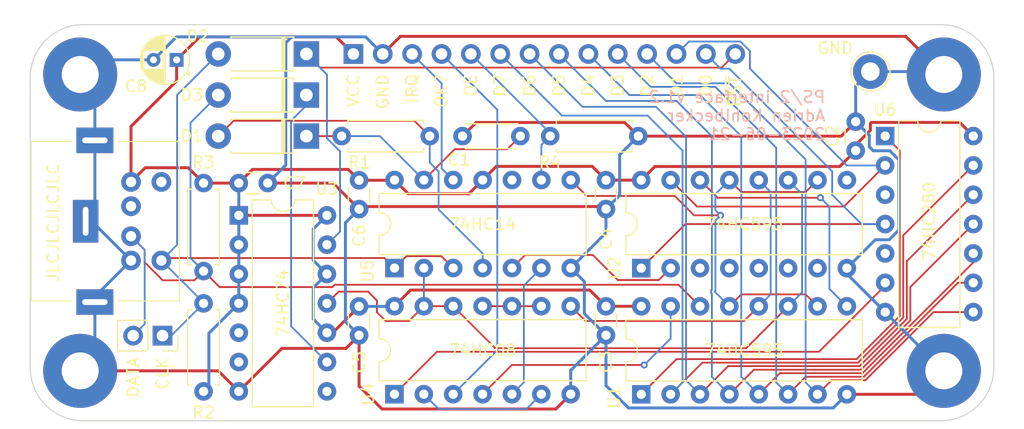
<source format=kicad_pcb>
(kicad_pcb (version 20221018) (generator pcbnew)
  (title_block (title "PS/2 Interface") (date "2023-06-21") (rev "1.2") (comment 2 "https://github.com/adrienkohlbecker/ps2_interfac") (comment 3 "Licensed under CERN-OHL-W v2") (comment 4 "Copyright © Adrien Kohlbecker"))
  (layers (0 "F.Cu" signal) (31 "B.Cu" signal) (34 "B.Paste" user) (35 "F.Paste" user) (36 "B.SilkS" user "B.Silkscreen") (37 "F.SilkS" user "F.Silkscreen") (38 "B.Mask" user) (39 "F.Mask" user) (44 "Edge.Cuts" user))
  (net 0 "")
  (net 1 "GND")
  (net 2 "Net-(D1-K)")
  (net 3 "VCC")
  (net 4 "Net-(D1-A)")
  (net 5 "/D0")
  (net 6 "/D1")
  (net 7 "/D2")
  (net 8 "/D3")
  (net 9 "/D4")
  (net 10 "/D5")
  (net 11 "/D6")
  (net 12 "/D7")
  (net 14 "/KBD_CLK")
  (net 15 "/KBD_DATA")
  (net 17 "/BUS_ENABLE")
  (net 18 "/DE")
  (net 19 "/VALID_PACKET")
  (net 20 "/IRQ")
  (net 21 "/~{REG_CLK}")
  (net 22 "Net-(U1-QH')")
  (net 23 "/DP")
  (net 24 "/DS")
  (net 27 "/~{LATCH_CLK}")
  (net 28 "/~{REG_OE}")
  (net 33 "Net-(U6-Odd)")
  (net 36 "/~{RST}")
  (net 37 "Net-(D3-K)")
  (net 41 "Net-(U4-Pad10)")
  (net 42 "Net-(U4-Pad5)")
  (net 43 "Net-(U4-Pad2)")
  (footprint "Capacitor_THT:C_Disc_D4.3mm_W1.9mm_P5.00mm" (layer "F.Cu") (at 118.07 69.596 180)
    (fp_text reference "C1")
    (fp_text value "10nF")
  )
  (footprint "Capacitor_THT:C_Disc_D3.0mm_W1.6mm_P2.50mm" (layer "F.Cu") (at 147.066 70.846 90)
    (fp_text reference "C2")
    (fp_text value "0.1uF")
  )
  (footprint "Capacitor_THT:C_Disc_D3.0mm_W1.6mm_P2.50mm" (layer "F.Cu") (at 125.476 84.328 -90)
    (fp_text reference "C3")
    (fp_text value "0.1uF")
  )
  (footprint "Capacitor_THT:C_Disc_D3.0mm_W1.6mm_P2.50mm" (layer "F.Cu") (at 125.476 73.406 -90)
    (fp_text reference "C4")
    (fp_text value "0.1uF")
  )
  (footprint "Capacitor_THT:C_Disc_D3.0mm_W1.6mm_P2.50mm" (layer "F.Cu") (at 104.125 84.338 -90)
    (fp_text reference "C5")
    (fp_text value "0.1uF")
  )
  (footprint "Capacitor_THT:C_Disc_D3.0mm_W1.6mm_P2.50mm" (layer "F.Cu") (at 104.125 73.416 -90)
    (fp_text reference "C6")
    (fp_text value "0.1uF")
  )
  (footprint "Capacitor_THT:C_Disc_D3.0mm_W1.6mm_P2.50mm" (layer "F.Cu") (at 93.726 73.66)
    (fp_text reference "C7")
    (fp_text value "0.1uF")
  )
  (footprint "Diode_THT:D_DO-41_SOD81_P7.62mm_Horizontal" (layer "F.Cu") (at 99.568 69.596 180)
    (fp_text reference "D1")
    (fp_text value "1N5817")
  )
  (footprint "Resistor_THT:R_Axial_DIN0207_L6.3mm_D2.5mm_P7.62mm_Horizontal" (layer "F.Cu") (at 110.236 69.596 180)
    (fp_text reference "R1")
    (fp_text value "22k")
  )
  (footprint "Resistor_THT:R_Axial_DIN0207_L6.3mm_D2.5mm_P7.62mm_Horizontal" (layer "F.Cu") (at 90.678 91.694 90)
    (fp_text reference "R2")
    (fp_text value "10k")
  )
  (footprint "Resistor_THT:R_Axial_DIN0207_L6.3mm_D2.5mm_P7.62mm_Horizontal" (layer "F.Cu") (at 120.65 69.596)
    (fp_text reference "R4")
    (fp_text value "10k")
  )
  (footprint "Package_DIP:DIP-16_W7.62mm" (layer "F.Cu") (at 128.524 91.948 90)
    (fp_text reference "U1")
    (fp_text value "74HC595")
  )
  (footprint "Package_DIP:DIP-16_W7.62mm" (layer "F.Cu") (at 128.524 81.026 90)
    (fp_text reference "U2")
    (fp_text value "74HC595")
  )
  (footprint "Package_DIP:DIP-14_W7.62mm" (layer "F.Cu") (at 107.183 91.938 90)
    (fp_text reference "U4")
    (fp_text value "74HC08")
  )
  (footprint "AK's Footprints:PS2_mini_din_6" (layer "F.Cu") (at 75.78 76.962 90)
    (fp_text reference "J1")
    (fp_text value "Mini-DIN-6")
  )
  (footprint "MountingHole:MountingHole_3.2mm_M3_Pad" (layer "F.Cu") (at 80.01 89.916)
    (fp_text reference "H2" hide)
    (fp_text value "MountingHole_Pad")
  )
  (footprint "MountingHole:MountingHole_3.2mm_M3_Pad" (layer "F.Cu") (at 154.686 64.262)
    (fp_text reference "H3" hide)
    (fp_text value "MountingHole_Pad")
  )
  (footprint "MountingHole:MountingHole_3.2mm_M3_Pad" (layer "F.Cu") (at 154.686 89.916)
    (fp_text reference "H4" hide)
    (fp_text value "MountingHole_Pad")
  )
  (footprint "MountingHole:MountingHole_3.2mm_M3_Pad" (layer "F.Cu") (at 80.01 64.262)
    (fp_text reference "H1" hide)
    (fp_text value "MountingHole_Pad")
  )
  (footprint "Package_DIP:DIP-14_W7.62mm" (layer "F.Cu") (at 107.188 81.016 90)
    (fp_text reference "U5")
    (fp_text value "74HC14")
  )
  (footprint "Resistor_THT:R_Axial_DIN0207_L6.3mm_D2.5mm_P7.62mm_Horizontal" (layer "F.Cu") (at 90.678 73.66 -90)
    (fp_text reference "R3")
    (fp_text value "10k")
  )
  (footprint "Capacitor_THT:CP_Radial_D4.0mm_P2.00mm" (layer "F.Cu") (at 88.3486 62.992 180)
    (fp_text reference "C8")
    (fp_text value "10uF")
  )
  (footprint "Connector_PinSocket_2.54mm:PinSocket_1x02_P2.54mm_Vertical" (layer "F.Cu") (at 87.127 86.868 -90)
    (fp_text reference "J3" hide)
    (fp_text value "KBD")
  )
  (footprint "TestPoint:TestPoint_Loop_D2.60mm_Drill1.6mm_Beaded" (layer "F.Cu") (at 148.336 64.008)
    (fp_text reference "TP3" hide)
    (fp_text value "GND")
  )
  (footprint "Package_DIP:DIP-14_W7.62mm" (layer "F.Cu") (at 93.726 76.454)
    (fp_text reference "U3")
    (fp_text value "74HC74")
  )
  (footprint "Diode_THT:D_DO-41_SOD81_P7.62mm_Horizontal" (layer "F.Cu") (at 99.568 66.04 180)
    (fp_text reference "D3")
    (fp_text value "1N5817")
  )
  (footprint "Diode_THT:D_DO-41_SOD81_P7.62mm_Horizontal" (layer "F.Cu") (at 99.568 62.484 180)
    (fp_text reference "D2")
    (fp_text value "1N5817")
  )
  (footprint "Package_DIP:DIP-14_W7.62mm" (layer "F.Cu") (at 149.616 69.591)
    (fp_text reference "U6")
    (fp_text value "74HC280")
  )
  (footprint "Connector_PinHeader_2.54mm:PinHeader_1x14_P2.54mm_Vertical" (layer "B.Cu") (at 103.632 62.484 -90)
    (fp_text reference "J2" hide)
    (fp_text value "Conn_01x14")
  )
  (gr_line (start 80.264 59.944) (end 154.432 59.944) (stroke (width 0.1)) (layer "Edge.Cuts"))
  (gr_line (start 75.692 89.662) (end 75.692 64.516) (stroke (width 0.1)) (layer "Edge.Cuts"))
  (gr_arc (start 154.432 59.944) (mid 157.664892 61.283108) (end 159.004 64.516) (stroke (width 0.1)) (layer "Edge.Cuts"))
  (gr_line (start 154.432 94.234) (end 80.264 94.234) (stroke (width 0.1)) (layer "Edge.Cuts"))
  (gr_arc (start 75.692 64.516) (mid 77.031108 61.283108) (end 80.264 59.944) (stroke (width 0.1)) (layer "Edge.Cuts"))
  (gr_arc (start 80.264 94.234) (mid 77.031108 92.894892) (end 75.692 89.662) (stroke (width 0.1)) (layer "Edge.Cuts"))
  (gr_line (start 159.004 64.516) (end 159.004 89.662) (stroke (width 0.1)) (layer "Edge.Cuts"))
  (gr_arc (start 159.004 89.662) (mid 157.664892 92.894892) (end 154.432 94.234) (stroke (width 0.1)) (layer "Edge.Cuts"))
  (gr_text "PS/2 interface v1.2\nAdrien Kohlbecker\n2023-06-21" (at 144.526 67.818) (layer "B.SilkS") (effects (font (size 1 1)) (justify left mirror)))
  (gr_text "D7" (at 116.332 64.135 90) (layer "F.SilkS") (effects (font (size 1 1)) (justify right)))
  (gr_text "DATA" (at 84.582 88.646 90) (layer "F.SilkS") (effects (font (size 1 1)) (justify right)))
  (gr_text "74HC280" (at 153.416 76.962 90) (layer "F.SilkS") (effects (font (size 1 1))))
  (gr_text "D5" (at 121.412 64.135 90) (layer "F.SilkS") (effects (font (size 1 1)) (justify right)))
  (gr_text "GND" (at 106.172 64.135 90) (layer "F.SilkS") (effects (font (size 1 1)) (justify right)))
  (gr_text "D1" (at 131.572 64.135 90) (layer "F.SilkS") (effects (font (size 1 1)) (justify right)))
  (gr_text "D6" (at 118.872 64.135 90) (layer "F.SilkS") (effects (font (size 1 1)) (justify right)))
  (gr_text "~{RST}" (at 136.652 64.262 90) (layer "F.SilkS") (effects (font (size 1 1)) (justify right)))
  (gr_text "74HC595" (at 137.414 77.216) (layer "F.SilkS") (effects (font (size 1 1))))
  (gr_text "D2" (at 129.032 64.135 90) (layer "F.SilkS") (effects (font (size 1 1)) (justify right)))
  (gr_text "74HC08" (at 114.808 88.138) (layer "F.SilkS") (effects (font (size 1 1))))
  (gr_text "JLCJLCJLCJLC" (at 77.6732 77.089 90) (layer "F.SilkS") (effects (font (size 1 1))))
  (gr_text "CLK" (at 87.122 88.646 90) (layer "F.SilkS") (effects (font (size 1 1)) (justify right)))
  (gr_text "74HC14" (at 114.808 77.216) (layer "F.SilkS") (effects (font (size 1 1))))
  (gr_text "74HC74" (at 97.536 84.074 90) (layer "F.SilkS") (effects (font (size 1 1))))
  (gr_text "74HC595" (at 137.414 88.138) (layer "F.SilkS") (effects (font (size 1 1))))
  (gr_text "OE" (at 113.792 64.135 90) (layer "F.SilkS") (effects (font (size 1 1)) (justify right)))
  (gr_text "OK?" (at 111.252 64.135 90) (layer "F.SilkS") (effects (font (size 1 1)) (justify right)))
  (gr_text "D3" (at 126.492 64.135 90) (layer "F.SilkS") (effects (font (size 1 1)) (justify right)))
  (gr_text "D0" (at 134.112 64.135 90) (layer "F.SilkS") (effects (font (size 1 1)) (justify right)))
  (gr_text "D4" (at 123.952 64.135 90) (layer "F.SilkS") (effects (font (size 1 1)) (justify right)))
  (gr_text "VCC" (at 103.632 64.135 90) (layer "F.SilkS") (effects (font (size 1 1)) (justify right)))
  (gr_text "IRQ" (at 108.712 64.135 90) (layer "F.SilkS") (effects (font (size 1 1)) (justify right)))
  (segment (start 128.27 69.596) (end 145.816 69.596) (width 0.254) (layer "F.Cu") (net 1))
  (segment (start 114.251 68.415) (end 113.07 69.596) (width 0.254) (layer "F.Cu") (net 1))
  (segment (start 80.01 89.916) (end 91.948 89.916) (width 0.254) (layer "F.Cu") (net 1))
  (segment (start 145.816 69.596) (end 147.066 68.346) (width 0.254) (layer "F.Cu") (net 1))
  (segment (start 154.686 64.262) (end 151.384 60.96) (width 0.254) (layer "F.Cu") (net 1))
  (segment (start 107.696 60.96) (end 106.172 62.484) (width 0.254) (layer "F.Cu") (net 1))
  (segment (start 121.143 93.218) (end 122.423 91.938) (width 0.254) (layer "F.Cu") (net 1))
  (segment (start 93.726 91.694) (end 97.447 87.973) (width 0.254) (layer "F.Cu") (net 1))
  (segment (start 106.101 93.218) (end 121.143 93.218) (width 0.254) (layer "F.Cu") (net 1))
  (segment (start 146.304 91.948) (end 152.654 91.948) (width 0.254) (layer "F.Cu") (net 1))
  (segment (start 104.349 75.692) (end 125.262 75.692) (width 0.254) (layer "F.Cu") (net 1))
  (segment (start 104.125 86.838) (end 104.125 91.242) (width 0.254) (layer "F.Cu") (net 1))
  (segment (start 91.948 89.916) (end 93.726 91.694) (width 0.254) (layer "F.Cu") (net 1))
  (segment (start 101.869 73.66) (end 104.125 75.916) (width 0.254) (layer "F.Cu") (net 1))
  (segment (start 128.27 69.596) (end 127.089 68.415) (width 0.254) (layer "F.Cu") (net 1))
  (segment (start 104.125 91.242) (end 106.101 93.218) (width 0.254) (layer "F.Cu") (net 1))
  (segment (start 96.226 73.66) (end 101.869 73.66) (width 0.254) (layer "F.Cu") (net 1))
  (segment (start 127.089 68.415) (end 114.251 68.415) (width 0.254) (layer "F.Cu") (net 1))
  (segment (start 97.447 87.973) (end 102.99 87.973) (width 0.254) (layer "F.Cu") (net 1))
  (segment (start 151.384 60.96) (end 107.696 60.96) (width 0.254) (layer "F.Cu") (net 1))
  (segment (start 102.99 87.973) (end 104.125 86.838) (width 0.254) (layer "F.Cu") (net 1))
  (segment (start 97.7822 68.078022) (end 97.79 68.070222) (width 0.254) (layer "B.Cu") (net 1))
  (segment (start 102.944 77.097) (end 102.944 85.657) (width 0.254) (layer "B.Cu") (net 1))
  (segment (start 150.797 77.724) (end 150.797 71.641813) (width 0.254) (layer "B.Cu") (net 1))
  (segment (start 81.28 65.532) (end 81.28 69.962) (width 0.254) (layer "B.Cu") (net 1))
  (segment (start 81.005 76.962) (end 84.405 80.362) (width 0.254) (layer "B.Cu") (net 1))
  (segment (start 102.944 85.657) (end 104.125 86.838) (width 0.254) (layer "B.Cu") (net 1))
  (segment (start 125.476 91.186) (end 127.419 93.129) (width 0.254) (layer "B.Cu") (net 1))
  (segment (start 125.476 75.906) (end 125.476 77.968) (width 0.254) (layer "B.Cu") (net 1))
  (segment (start 84.405 80.362) (end 81.28 83.487) (width 0.254) (layer "B.Cu") (net 1))
  (segment (start 150.021187 70.866) (end 148.59 70.866) (width 0.254) (layer "B.Cu") (net 1))
  (segment (start 127.419 93.129) (end 145.123 93.129) (width 0.254) (layer "B.Cu") (net 1))
  (segment (start 88.3376 61.003) (end 86.3486 62.992) (width 0.254) (layer "B.Cu") (net 1))
  (segment (start 125.476 77.968) (end 122.428 81.016) (width 0.254) (layer "B.Cu") (net 1))
  (segment (start 150.797 71.641813) (end 150.021187 70.866) (width 0.254) (layer "B.Cu") (net 1))
  (segment (start 81.28 83.962) (end 81.28 88.646) (width 0.254) (layer "B.Cu") (net 1))
  (segment (start 123.604 82.192) (end 122.428 81.016) (width 0.254) (layer "B.Cu") (net 1))
  (segment (start 146.304 81.026) (end 148.76 78.57) (width 0.254) (layer "B.Cu") (net 1))
  (segment (start 97.79 72.096) (end 97.79 71.121778) (width 0.254) (layer "B.Cu") (net 1))
  (segment (start 122.423 89.881) (end 125.476 86.828) (width 0.254) (layer "B.Cu") (net 1))
  (segment (start 97.79 71.121778) (end 97.7822 71.113978) (width 0.254) (layer "B.Cu") (net 1))
  (segment (start 148.76 78.57) (end 149.951 78.57) (width 0.254) (layer "B.Cu") (net 1))
  (segment (start 125.476 86.828) (end 123.604 84.956) (width 0.254) (layer "B.Cu") (net 1))
  (segment (start 104.125 75.916) (end 102.944 77.097) (width 0.254) (layer "B.Cu") (net 1))
  (segment (start 122.423 91.938) (end 122.423 89.881) (width 0.254) (layer "B.Cu") (net 1))
  (segment (start 149.951 78.57) (end 150.797 77.724) (width 0.254) (layer "B.Cu") (net 1))
  (segment (start 145.123 93.129) (end 146.304 91.948) (width 0.254) (layer "B.Cu") (net 1))
  (segment (start 148.247 70.523) (end 148.247 69.527) (width 0.254) (layer "B.Cu") (net 1))
  (segment (start 81.28 69.962) (end 81.28 76.162) (width 0.254) (layer "B.Cu") (net 1))
  (segment (start 126.657 74.725) (end 126.657 71.209) (width 0.254) (layer "B.Cu") (net 1))
  (segment (start 97.79 68.070222) (end 97.79 61.511) (width 0.254) (layer "B.Cu") (net 1))
  (segment (start 96.226 73.66) (end 97.79 72.096) (width 0.254) (layer "B.Cu") (net 1))
  (segment (start 147.066 65.278) (end 148.336 64.008) (width 0.254) (layer "B.Cu") (net 1))
  (segment (start 98.298 61.003) (end 88.3376 61.003) (width 0.254) (layer "B.Cu") (net 1))
  (segment (start 106.172 62.484) (end 104.691 61.003) (width 0.254) (layer "B.Cu") (net 1))
  (segment (start 125.476 75.906) (end 126.657 74.725) (width 0.254) (layer "B.Cu") (net 1))
  (segment (start 126.657 71.209) (end 128.27 69.596) (width 0.254) (layer "B.Cu") (net 1))
  (segment (start 147.066 68.346) (end 147.066 65.278) (width 0.254) (layer "B.Cu") (net 1))
  (segment (start 149.616 84.831) (end 146.304 81.519) (width 0.254) (layer "B.Cu") (net 1))
  (segment (start 86.3486 62.992) (end 81.28 62.992) (width 0.254) (layer "B.Cu") (net 1))
  (segment (start 148.247 69.527) (end 147.066 68.346) (width 0.254) (layer "B.Cu") (net 1))
  (segment (start 104.691 61.003) (end 98.298 61.003) (width 0.254) (layer "B.Cu") (net 1))
  (segment (start 123.604 84.956) (end 123.604 82.192) (width 0.254) (layer "B.Cu") (net 1))
  (segment (start 97.79 61.511) (end 98.298 61.003) (width 0.254) (layer "B.Cu") (net 1))
  (segment (start 125.476 86.828) (end 125.476 91.186) (width 0.254) (layer "B.Cu") (net 1))
  (segment (start 148.336 64.008) (end 154.432 64.008) (width 0.254) (layer "B.Cu") (net 1))
  (segment (start 97.7822 71.113978) (end 97.7822 68.078022) (width 0.254) (layer "B.Cu") (net 1))
  (segment (start 154.686 89.916) (end 149.616 84.846) (width 0.254) (layer "B.Cu") (net 1))
  (segment (start 148.59 70.866) (end 148.247 70.523) (width 0.254) (layer "B.Cu") (net 1))
  (segment (start 112.3978 70.7262) (end 116.9398 70.7262) (width 0.1524) (layer "F.Cu") (net 2))
  (segment (start 116.9398 70.7262) (end 118.07 69.596) (width 0.1524) (layer "F.Cu") (net 2))
  (segment (start 109.728 73.396) (end 112.3978 70.7262) (width 0.1524) (layer "F.Cu") (net 2))
  (segment (start 99.568 69.596) (end 102.616 69.596) (width 0.1524) (layer "F.Cu") (net 2))
  (segment (start 105.928 69.596) (end 109.728 73.396) (width 0.1524) (layer "B.Cu") (net 2))
  (segment (start 102.616 69.596) (end 105.928 69.596) (width 0.1524) (layer "B.Cu") (net 2))
  (segment (start 129.705 72.225) (end 145.687 72.225) (width 0.254) (layer "F.Cu") (net 3))
  (segment (start 124.0662 82.9182) (end 125.476 84.328) (width 0.254) (layer "F.Cu") (net 3))
  (segment (start 107.188 73.396) (end 108.369 74.577) (width 0.254) (layer "F.Cu") (net 3))
  (segment (start 108.369 74.577) (end 113.627 74.577) (width 0.254) (layer "F.Cu") (net 3))
  (segment (start 125.476 84.328) (end 128.524 84.328) (width 0.254) (layer "F.Cu") (net 3))
  (segment (start 103.188 72.479) (end 94.907 72.479) (width 0.254) (layer "F.Cu") (net 3))
  (segment (start 148.336 69.088) (end 148.336 68.509) (width 0.254) (layer "F.Cu") (net 3))
  (segment (start 102.151 61.003) (end 90.3376 61.003) (width 0.254) (layer "F.Cu") (net 3))
  (segment (start 85.636 72.331) (end 89.349 72.331) (width 0.254) (layer "F.Cu") (net 3))
  (segment (start 145.687 72.225) (end 147.066 70.846) (width 0.254) (layer "F.Cu") (net 3))
  (segment (start 156.055 68.41) (end 157.236 69.591) (width 0.254) (layer "F.Cu") (net 3))
  (segment (start 124.285 72.215) (end 115.989 72.215) (width 0.254) (layer "F.Cu") (net 3))
  (segment (start 89.349 72.331) (end 90.354711 73.336711) (width 0.254) (layer "F.Cu") (net 3))
  (segment (start 93.726 76.454) (end 101.346 76.454) (width 0.254) (layer "F.Cu") (net 3))
  (segment (start 128.524 73.406) (end 129.705 72.225) (width 0.254) (layer "F.Cu") (net 3))
  (segment (start 103.632 62.484) (end 102.151 61.003) (width 0.254) (layer "F.Cu") (net 3))
  (segment (start 88.3486 64.8134) (end 84.405 68.757) (width 0.254) (layer "F.Cu") (net 3))
  (segment (start 147.066 70.358) (end 148.336 69.088) (width 0.254) (layer "F.Cu") (net 3))
  (segment (start 101.849 86.614) (end 104.125 84.338) (width 0.254) (layer "F.Cu") (net 3))
  (segment (start 84.405 73.562) (end 85.636 72.331) (width 0.254) (layer "F.Cu") (net 3))
  (segment (start 125.476 73.406) (end 128.524 73.406) (width 0.254) (layer "F.Cu") (net 3))
  (segment (start 104.125 73.416) (end 103.188 72.479) (width 0.254) (layer "F.Cu") (net 3))
  (segment (start 90.3376 61.003) (end 88.3486 62.992) (width 0.254) (layer "F.Cu") (net 3))
  (segment (start 93.726 73.66) (end 90.678 73.66) (width 0.254) (layer "F.Cu") (net 3))
  (segment (start 148.435 68.41) (end 156.055 68.41) (width 0.254) (layer "F.Cu") (net 3))
  (segment (start 108.5828 82.9182) (end 124.0662 82.9182) (width 0.254) (layer "F.Cu") (net 3))
  (segment (start 88.3486 62.992) (end 88.3486 64.8134) (width 0.254) (layer "F.Cu") (net 3))
  (segment (start 84.405 68.757) (end 84.405 73.562) (width 0.254) (layer "F.Cu") (net 3))
  (segment (start 104.125 73.416) (end 107.168 73.416) (width 0.254) (layer "F.Cu") (net 3))
  (segment (start 125.476 73.406) (end 124.285 72.215) (width 0.254) (layer "F.Cu") (net 3))
  (segment (start 107.183 84.318) (end 108.5828 82.9182) (width 0.254) (layer "F.Cu") (net 3))
  (segment (start 115.989 72.215) (end 114.808 73.396) (width 0.254) (layer "F.Cu") (net 3))
  (segment (start 94.907 72.479) (end 93.726 73.66) (width 0.254) (layer "F.Cu") (net 3))
  (segment (start 113.627 74.577) (end 114.808 73.396) (width 0.254) (layer "F.Cu") (net 3))
  (segment (start 148.336 68.509) (end 148.435 68.41) (width 0.254) (layer "F.Cu") (net 3))
  (segment (start 100.165 80.353) (end 101.346 81.534) (width 0.254) (layer "B.Cu") (net 3))
  (segment (start 91.135199 86.664801) (end 91.135199 91.629379) (width 0.254) (layer "B.Cu") (net 3))
  (segment (start 101.346 81.534) (end 100.165 82.715) (width 0.254) (layer "B.Cu") (net 3))
  (segment (start 100.165 82.715) (end 100.165 85.433) (width 0.254) (layer "B.Cu") (net 3))
  (segment (start 101.346 76.454) (end 100.165 77.635) (width 0.254) (layer "B.Cu") (net 3))
  (segment (start 100.165 85.433) (end 101.346 86.614) (width 0.254) (layer "B.Cu") (net 3))
  (segment (start 104.125 84.338) (end 107.163 84.338) (width 0.254) (layer "B.Cu") (net 3))
  (segment (start 93.726 84.074) (end 91.135199 86.664801) (width 0.254) (layer "B.Cu") (net 3))
  (segment (start 100.165 77.635) (end 100.165 80.353) (width 0.254) (layer "B.Cu") (net 3))
  (segment (start 93.726 76.454) (end 93.726 84.074) (width 0.254) (layer "B.Cu") (net 3))
  (segment (start 93.726 73.66) (end 93.726 76.454) (width 0.254) (layer "B.Cu") (net 3))
  (segment (start 93.2766 68.2674) (end 108.9074 68.2674) (width 0.1524) (layer "F.Cu") (net 4))
  (segment (start 108.9074 68.2674) (end 110.236 69.596) (width 0.1524) (layer "F.Cu") (net 4))
  (segment (start 91.948 69.596) (end 93.2766 68.2674) (width 0.1524) (layer "F.Cu") (net 4))
  (segment (start 114.808 81.016) (end 114.808 79.756) (width 0.1524) (layer "B.Cu") (net 4))
  (segment (start 110.998 75.946) (end 110.998 72.644) (width 0.1524) (layer "B.Cu") (net 4))
  (segment (start 110.236 71.882) (end 110.236 69.596) (width 0.1524) (layer "B.Cu") (net 4))
  (segment (start 110.998 72.644) (end 110.236 71.882) (width 0.1524) (layer "B.Cu") (net 4))
  (segment (start 114.808 79.756) (end 110.998 75.946) (width 0.1524) (layer "B.Cu") (net 4))
  (segment (start 132.339 77.211) (end 149.616 77.211) (width 0.1524) (layer "F.Cu") (net 5))
  (segment (start 132.339 77.211) (end 128.524 81.026) (width 0.1524) (layer "F.Cu") (net 5))
  (segment (start 135.382 63.754) (end 136.144 63.754) (width 0.1524) (layer "B.Cu") (net 5))
  (segment (start 145.034 72.644) (end 145.034 74.676) (width 0.1524) (layer "B.Cu") (net 5))
  (segment (start 136.144 63.754) (end 145.034 72.644) (width 0.1524) (layer "B.Cu") (net 5))
  (segment (start 147.569 77.211) (end 149.616 77.211) (width 0.1524) (layer "B.Cu") (net 5))
  (segment (start 134.112 62.484) (end 135.382 63.754) (width 0.1524) (layer "B.Cu") (net 5))
  (segment (start 145.034 74.676) (end 147.569 77.211) (width 0.1524) (layer "B.Cu") (net 5))
  (segment (start 133.35 75.692) (end 131.064 73.406) (width 0.1524) (layer "F.Cu") (net 6))
  (segment (start 133.35 75.692) (end 146.055 75.692) (width 0.1524) (layer "F.Cu") (net 6))
  (segment (start 149.616 72.131) (end 146.055 75.692) (width 0.1524) (layer "F.Cu") (net 6))
  (segment (start 137.922 63.754) (end 137.922 62.228629) (width 0.1524) (layer "B.Cu") (net 6))
  (segment (start 132.6506 61.4054) (end 131.572 62.484) (width 0.1524) (layer "B.Cu") (net 6))
  (segment (start 146.304 72.136) (end 137.922 63.754) (width 0.1524) (layer "B.Cu") (net 6))
  (segment (start 137.922 62.228629) (end 137.098771 61.4054) (width 0.1524) (layer "B.Cu") (net 6))
  (segment (start 137.098771 61.4054) (end 132.6506 61.4054) (width 0.1524) (layer "B.Cu") (net 6))
  (segment (start 149.611 72.136) (end 146.304 72.136) (width 0.1524) (layer "B.Cu") (net 6))
  (segment (start 153.800657 84.831) (end 147.902857 90.7288) (width 0.1524) (layer "F.Cu") (net 7))
  (segment (start 157.236 84.831) (end 153.800657 84.831) (width 0.1524) (layer "F.Cu") (net 7))
  (segment (start 147.902857 90.7288) (end 144.9832 90.7288) (width 0.1524) (layer "F.Cu") (net 7))
  (segment (start 144.9832 90.7288) (end 143.764 91.948) (width 0.1524) (layer "F.Cu") (net 7))
  (segment (start 142.7354 71.6154) (end 142.7354 90.9194) (width 0.1524) (layer "B.Cu") (net 7))
  (segment (start 142.7354 90.9194) (end 143.764 91.948) (width 0.1524) (layer "B.Cu") (net 7))
  (segment (start 136.144 65.024) (end 142.7354 71.6154) (width 0.1524) (layer "B.Cu") (net 7))
  (segment (start 131.572 65.024) (end 136.144 65.024) (width 0.1524) (layer "B.Cu") (net 7))
  (segment (start 129.032 62.484) (end 131.572 65.024) (width 0.1524) (layer "B.Cu") (net 7))
  (segment (start 155.909605 82.291) (end 147.776605 90.424) (width 0.1524) (layer "F.Cu") (net 8))
  (segment (start 142.748 90.424) (end 141.224 91.948) (width 0.1524) (layer "F.Cu") (net 8))
  (segment (start 147.776605 90.424) (end 142.748 90.424) (width 0.1524) (layer "F.Cu") (net 8))
  (segment (start 157.236 82.291) (end 155.909605 82.291) (width 0.1524) (layer "F.Cu") (net 8))
  (segment (start 134.9248 65.3288) (end 140.1954 70.5994) (width 0.1524) (layer "B.Cu") (net 8))
  (segment (start 126.492 62.484) (end 129.3368 65.3288) (width 0.1524) (layer "B.Cu") (net 8))
  (segment (start 140.1954 70.5994) (end 140.1954 90.9194) (width 0.1524) (layer "B.Cu") (net 8))
  (segment (start 140.1954 90.9194) (end 141.224 91.948) (width 0.1524) (layer "B.Cu") (net 8))
  (segment (start 129.3368 65.3288) (end 134.9248 65.3288) (width 0.1524) (layer "B.Cu") (net 8))
  (segment (start 147.650353 90.1192) (end 140.5128 90.1192) (width 0.1524) (layer "F.Cu") (net 9))
  (segment (start 157.236 79.751) (end 157.236 80.533553) (width 0.1524) (layer "F.Cu") (net 9))
  (segment (start 140.5128 90.1192) (end 138.684 91.948) (width 0.1524) (layer "F.Cu") (net 9))
  (segment (start 157.236 80.533553) (end 147.650353 90.1192) (width 0.1524) (layer "F.Cu") (net 9))
  (segment (start 133.604 66.04) (end 137.1726 69.6086) (width 0.1524) (layer "B.Cu") (net 9))
  (segment (start 137.1726 69.6086) (end 137.1726 90.4366) (width 0.1524) (layer "B.Cu") (net 9))
  (segment (start 123.952 62.484) (end 127.508 66.04) (width 0.1524) (layer "B.Cu") (net 9))
  (segment (start 127.508 66.04) (end 133.604 66.04) (width 0.1524) (layer "B.Cu") (net 9))
  (segment (start 137.1726 90.4366) (end 138.684 91.948) (width 0.1524) (layer "B.Cu") (net 9))
  (segment (start 157.236 77.211) (end 151.7904 82.6566) (width 0.1524) (layer "F.Cu") (net 10))
  (segment (start 151.7904 85.548101) (end 147.524101 89.8144) (width 0.1524) (layer "F.Cu") (net 10))
  (segment (start 138.2776 89.8144) (end 136.144 91.948) (width 0.1524) (layer "F.Cu") (net 10))
  (segment (start 147.524101 89.8144) (end 138.2776 89.8144) (width 0.1524) (layer "F.Cu") (net 10))
  (segment (start 151.7904 82.6566) (end 151.7904 85.548101) (width 0.1524) (layer "F.Cu") (net 10))
  (segment (start 134.5692 83.184252) (end 134.6326 83.247652) (width 0.1524) (layer "B.Cu") (net 10))
  (segment (start 131.572 66.548) (end 134.6326 69.6086) (width 0.1524) (layer "B.Cu") (net 10))
  (segment (start 134.6326 69.6086) (end 134.6326 82.868348) (width 0.1524) (layer "B.Cu") (net 10))
  (segment (start 134.6326 83.247652) (end 134.6326 90.4366) (width 0.1524) (layer "B.Cu") (net 10))
  (segment (start 121.412 62.484) (end 125.476 66.548) (width 0.1524) (layer "B.Cu") (net 10))
  (segment (start 134.6326 90.4366) (end 136.144 91.948) (width 0.1524) (layer "B.Cu") (net 10))
  (segment (start 134.6326 82.868348) (end 134.5692 82.931748) (width 0.1524) (layer "B.Cu") (net 10))
  (segment (start 125.476 66.548) (end 131.572 66.548) (width 0.1524) (layer "B.Cu") (net 10))
  (segment (start 134.5692 82.931748) (end 134.5692 83.184252) (width 0.1524) (layer "B.Cu") (net 10))
  (segment (start 136.0424 89.5096) (end 133.604 91.948) (width 0.1524) (layer "F.Cu") (net 11))
  (segment (start 151.4856 80.4214) (end 151.4856 85.421849) (width 0.1524) (layer "F.Cu") (net 11))
  (segment (start 157.236 74.671) (end 151.4856 80.4214) (width 0.1524) (layer "F.Cu") (net 11))
  (segment (start 151.4856 85.421849) (end 147.397849 89.5096) (width 0.1524) (layer "F.Cu") (net 11))
  (segment (start 147.397849 89.5096) (end 136.0424 89.5096) (width 0.1524) (layer "F.Cu") (net 11))
  (segment (start 133.604 91.948) (end 132.3974 90.7414) (width 0.1524) (layer "B.Cu") (net 11))
  (segment (start 132.3974 69.6594) (end 129.794 67.056) (width 0.1524) (layer "B.Cu") (net 11))
  (segment (start 123.444 67.056) (end 118.872 62.484) (width 0.1524) (layer "B.Cu") (net 11))
  (segment (start 132.3974 90.7414) (end 132.3974 69.6594) (width 0.1524) (layer "B.Cu") (net 11))
  (segment (start 129.794 67.056) (end 123.444 67.056) (width 0.1524) (layer "B.Cu") (net 11))
  (segment (start 151.1808 78.1862) (end 151.1808 85.295597) (width 0.1524) (layer "F.Cu") (net 12))
  (segment (start 133.8072 89.2048) (end 131.064 91.948) (width 0.1524) (layer "F.Cu") (net 12))
  (segment (start 147.271597 89.2048) (end 133.8072 89.2048) (width 0.1524) (layer "F.Cu") (net 12))
  (segment (start 157.236 72.131) (end 151.1808 78.1862) (width 0.1524) (layer "F.Cu") (net 12))
  (segment (start 151.1808 85.295597) (end 147.271597 89.2048) (width 0.1524) (layer "F.Cu") (net 12))
  (segment (start 129.069173 67.818) (end 132.0926 70.841427) (width 0.1524) (layer "B.Cu") (net 12))
  (segment (start 116.332 62.484) (end 121.666 67.818) (width 0.1524) (layer "B.Cu") (net 12))
  (segment (start 132.0926 70.841427) (end 132.0926 90.9194) (width 0.1524) (layer "B.Cu") (net 12))
  (segment (start 121.666 67.818) (end 129.069173 67.818) (width 0.1524) (layer "B.Cu") (net 12))
  (segment (start 132.0926 90.9194) (end 131.064 91.948) (width 0.1524) (layer "B.Cu") (net 12))
  (segment (start 108.2166 79.9874) (end 111.2394 79.9874) (width 0.1524) (layer "F.Cu") (net 14))
  (segment (start 87.2422 80.1498) (end 106.3218 80.1498) (width 0.1524) (layer "F.Cu") (net 14))
  (segment (start 106.3218 80.1498) (end 107.188 81.016) (width 0.1524) (layer "F.Cu") (net 14))
  (segment (start 111.2394 79.9874) (end 112.268 81.016) (width 0.1524) (layer "F.Cu") (net 14))
  (segment (start 107.188 81.016) (end 108.2166 79.9874) (width 0.1524) (layer "F.Cu") (net 14))
  (segment (start 88.392 66.04) (end 91.948 62.484) (width 0.1524) (layer "B.Cu") (net 14))
  (segment (start 87.03 80.362) (end 88.392 79) (width 0.1524) (layer "B.Cu") (net 14))
  (segment (start 88.392 79) (end 88.392 66.04) (width 0.1524) (layer "B.Cu") (net 14))
  (segment (start 87.03 80.362) (end 90.678 84.01) (width 0.1524) (layer "B.Cu") (net 14))
  (segment (start 90.678 84.074) (end 87.884 86.868) (width 0.1524) (layer "B.Cu") (net 14))
  (segment (start 102.017345 82.461) (end 101.814145 82.6642) (width 0.1524) (layer "F.Cu") (net 15))
  (segment (start 101.814145 82.6642) (end 92.0622 82.6642) (width 0.1524) (layer "F.Cu") (net 15))
  (segment (start 131.737 82.461) (end 102.017345 82.461) (width 0.1524) (layer "F.Cu") (net 15))
  (segment (start 85.5852 80.518) (end 85.5852 79.4422) (width 0.1524) (layer "F.Cu") (net 15))
  (segment (start 90.678 81.28) (end 89.878001 82.079999) (width 0.1524) (layer "F.Cu") (net 15))
  (segment (start 85.5852 79.4422) (end 84.405 78.262) (width 0.1524) (layer "F.Cu") (net 15))
  (segment (start 92.0622 82.6642) (end 90.678 81.28) (width 0.1524) (layer "F.Cu") (net 15))
  (segment (start 87.147199 82.079999) (end 85.5852 80.518) (width 0.1524) (layer "F.Cu") (net 15))
  (segment (start 89.878001 82.079999) (end 87.147199 82.079999) (width 0.1524) (layer "F.Cu") (net 15))
  (segment (start 133.604 84.328) (end 131.737 82.461) (width 0.1524) (layer "F.Cu") (net 15))
  (segment (start 89.5478 68.4402) (end 91.948 66.04) (width 0.1524) (layer "B.Cu") (net 15))
  (segment (start 89.5478 80.1498) (end 89.5478 68.4402) (width 0.1524) (layer "B.Cu") (net 15))
  (segment (start 84.587 86.868) (end 85.5852 85.8698) (width 0.1524) (layer "B.Cu") (net 15))
  (segment (start 85.5852 85.8698) (end 85.5852 79.4422) (width 0.1524) (layer "B.Cu") (net 15))
  (segment (start 90.678 81.28) (end 89.5478 80.1498) (width 0.1524) (layer "B.Cu") (net 15))
  (segment (start 85.5852 79.4422) (end 84.405 78.262) (width 0.1524) (layer "B.Cu") (net 15))
  (segment (start 119.888 73.396) (end 119.888 70.358) (width 0.1524) (layer "B.Cu") (net 17))
  (segment (start 113.792 62.484) (end 120.65 69.342) (width 0.1524) (layer "B.Cu") (net 17))
  (segment (start 119.888 70.358) (end 120.65 69.596) (width 0.1524) (layer "B.Cu") (net 17))
  (segment (start 114.803 91.938) (end 117.333 89.408) (width 0.1524) (layer "F.Cu") (net 18))
  (segment (start 117.333 89.408) (end 128.778 89.408) (width 0.1524) (layer "F.Cu") (net 18))
  (via (at 128.778 89.408) (size 0.6) (drill 0.3) (layers "F.Cu" "B.Cu") (net 18))
  (segment (start 131.064 87.122) (end 131.064 84.328) (width 0.1524) (layer "B.Cu") (net 18))
  (segment (start 128.778 89.408) (end 131.064 87.122) (width 0.1524) (layer "B.Cu") (net 18))
  (segment (start 116.078 88.123) (end 116.078 67.31) (width 0.1524) (layer "B.Cu") (net 19))
  (segment (start 112.263 91.938) (end 116.078 88.123) (width 0.1524) (layer "B.Cu") (net 19))
  (segment (start 116.078 67.31) (end 111.252 62.484) (width 0.1524) (layer "B.Cu") (net 19))
  (segment (start 111.2646 72.3926) (end 111.2646 65.0366) (width 0.1524) (layer "B.Cu") (net 20))
  (segment (start 112.268 73.396) (end 111.2646 72.3926) (width 0.1524) (layer "B.Cu") (net 20))
  (segment (start 111.2646 65.0366) (end 108.712 62.484) (width 0.1524) (layer "B.Cu") (net 20))
  (segment (start 102.362 83.058) (end 104.902 83.058) (width 0.1524) (layer "F.Cu") (net 21))
  (segment (start 115.9032 87.9582) (end 137.5938 87.9582) (width 0.1524) (layer "F.Cu") (net 21))
  (segment (start 137.5938 87.9582) (end 141.224 84.328) (width 0.1524) (layer "F.Cu") (net 21))
  (segment (start 112.263 84.318) (end 109.723 84.318) (width 0.1524) (layer "F.Cu") (net 21))
  (segment (start 105.664 84.836) (end 106.426 85.598) (width 0.1524) (layer "F.Cu") (net 21))
  (segment (start 104.902 83.058) (end 105.664 83.82) (width 0.1524) (layer "F.Cu") (net 21))
  (segment (start 112.263 84.318) (end 115.9032 87.9582) (width 0.1524) (layer "F.Cu") (net 21))
  (segment (start 106.426 85.598) (end 108.443 85.598) (width 0.1524) (layer "F.Cu") (net 21))
  (segment (start 105.664 83.82) (end 105.664 84.836) (width 0.1524) (layer "F.Cu") (net 21))
  (segment (start 101.346 84.074) (end 102.362 83.058) (width 0.1524) (layer "F.Cu") (net 21))
  (segment (start 108.443 85.598) (end 109.723 84.318) (width 0.1524) (layer "F.Cu") (net 21))
  (segment (start 142.4306 74.6126) (end 142.4306 83.1214) (width 0.1524) (layer "B.Cu") (net 21))
  (segment (start 141.224 73.406) (end 142.4306 74.6126) (width 0.1524) (layer "B.Cu") (net 21))
  (segment (start 109.728 81.016) (end 109.728 84.313) (width 0.1524) (layer "B.Cu") (net 21))
  (segment (start 142.4306 83.1214) (end 141.224 84.328) (width 0.1524) (layer "B.Cu") (net 21))
  (segment (start 144.018 74.93) (end 135.128 74.93) (width 0.1524) (layer "F.Cu") (net 22))
  (segment (start 135.128 74.93) (end 133.604 73.406) (width 0.1524) (layer "F.Cu") (net 22))
  (via (at 144.018 74.93) (size 0.6) (drill 0.3) (layers "F.Cu" "B.Cu") (net 22))
  (segment (start 146.304 84.328) (end 144.7926 82.8166) (width 0.1524) (layer "B.Cu") (net 22))
  (segment (start 144.7926 82.8166) (end 144.7926 75.7046) (width 0.1524) (layer "B.Cu") (net 22))
  (segment (start 144.018 74.93) (end 144.7926 75.7046) (width 0.1524) (layer "B.Cu") (net 22))
  (segment (start 131.572 88.9) (end 128.524 91.948) (width 0.1524) (layer "F.Cu") (net 23))
  (segment (start 147.145345 88.9) (end 131.572 88.9) (width 0.1524) (layer "F.Cu") (net 23))
  (segment (start 149.616 69.591) (end 150.876 70.851) (width 0.1524) (layer "F.Cu") (net 23))
  (segment (start 150.876 85.169345) (end 147.145345 88.9) (width 0.1524) (layer "F.Cu") (net 23))
  (segment (start 150.876 70.851) (end 150.876 85.169345) (width 0.1524) (layer "F.Cu") (net 23))
  (segment (start 126.5046 82.0546) (end 130.0354 82.0546) (width 0.1524) (layer "F.Cu") (net 24))
  (segment (start 117.348 81.016) (end 118.4782 79.8858) (width 0.1524) (layer "F.Cu") (net 24))
  (segment (start 130.0354 82.0546) (end 131.064 81.026) (width 0.1524) (layer "F.Cu") (net 24))
  (segment (start 118.4782 79.8858) (end 124.3358 79.8858) (width 0.1524) (layer "F.Cu") (net 24))
  (segment (start 124.3358 79.8858) (end 126.5046 82.0546) (width 0.1524) (layer "F.Cu") (net 24))
  (segment (start 122.423 84.318) (end 123.703 85.598) (width 0.1524) (layer "F.Cu") (net 27))
  (segment (start 123.703 85.598) (end 137.414 85.598) (width 0.1524) (layer "F.Cu") (net 27))
  (segment (start 137.414 85.598) (end 138.684 84.328) (width 0.1524) (layer "F.Cu") (net 27))
  (segment (start 139.7126 74.4346) (end 139.7126 83.2994) (width 0.1524) (layer "B.Cu") (net 27))
  (segment (start 138.684 73.406) (end 139.7126 74.4346) (width 0.1524) (layer "B.Cu") (net 27))
  (segment (start 139.7126 83.2994) (end 138.684 84.328) (width 0.1524) (layer "B.Cu") (net 27))
  (segment (start 133.096 76.454) (end 135.382 76.454) (width 0.1524) (layer "F.Cu") (net 28))
  (segment (start 142.7354 83.2994) (end 143.764 84.328) (width 0.1524) (layer "F.Cu") (net 28))
  (segment (start 131.4178 74.7758) (end 133.096 76.454) (width 0.1524) (layer "F.Cu") (net 28))
  (segment (start 136.144 73.406) (end 137.1726 74.4346) (width 0.1524) (layer "F.Cu") (net 28))
  (segment (start 122.428 73.396) (end 123.8078 74.7758) (width 0.1524) (layer "F.Cu") (net 28))
  (segment (start 142.7354 74.4346) (end 143.764 73.406) (width 0.1524) (layer "F.Cu") (net 28))
  (segment (start 137.1726 83.2994) (end 142.7354 83.2994) (width 0.1524) (layer "F.Cu") (net 28))
  (segment (start 136.144 84.328) (end 137.1726 83.2994) (width 0.1524) (layer "F.Cu") (net 28))
  (segment (start 137.1726 74.4346) (end 142.7354 74.4346) (width 0.1524) (layer "F.Cu") (net 28))
  (segment (start 123.8078 74.7758) (end 131.4178 74.7758) (width 0.1524) (layer "F.Cu") (net 28))
  (via (at 135.382 76.454) (size 0.6) (drill 0.3) (layers "F.Cu" "B.Cu") (net 28))
  (segment (start 134.9374 82.9946) (end 134.9374 76.8986) (width 0.1524) (layer "B.Cu") (net 28))
  (segment (start 134.9374 76.0094) (end 134.9374 74.6126) (width 0.1524) (layer "B.Cu") (net 28))
  (segment (start 134.9374 76.8986) (end 135.382 76.454) (width 0.1524) (layer "B.Cu") (net 28))
  (segment (start 134.874 83.058) (end 134.9374 82.9946) (width 0.1524) (layer "B.Cu") (net 28))
  (segment (start 136.144 84.328) (end 134.9374 83.1214) (width 0.1524) (layer "B.Cu") (net 28))
  (segment (start 135.382 76.454) (end 134.9374 76.0094) (width 0.1524) (layer "B.Cu") (net 28))
  (segment (start 134.9374 74.6126) (end 136.144 73.406) (width 0.1524) (layer "B.Cu") (net 28))
  (segment (start 143.893 88.263) (end 149.616 82.54) (width 0.1524) (layer "F.Cu") (net 33))
  (segment (start 110.858 88.263) (end 143.893 88.263) (width 0.1524) (layer "F.Cu") (net 33))
  (segment (start 107.183 91.938) (end 110.858 88.263) (width 0.1524) (layer "F.Cu") (net 33))
  (segment (start 135.4718 63.6642) (end 100.7482 63.6642) (width 0.1524) (layer "F.Cu") (net 36))
  (segment (start 136.652 62.484) (end 135.4718 63.6642) (width 0.1524) (layer "F.Cu") (net 36))
  (segment (start 100.7482 63.6642) (end 99.568 62.484) (width 0.1524) (layer "F.Cu") (net 36))
  (segment (start 101.346 78.994) (end 102.4762 77.8638) (width 0.1524) (layer "B.Cu") (net 36))
  (segment (start 102.4762 77.8638) (end 102.4762 70.910861) (width 0.1524) (layer "B.Cu") (net 36))
  (segment (start 101.346 64.262) (end 99.568 62.484) (width 0.1524) (layer "B.Cu") (net 36))
  (segment (start 102.4762 70.910861) (end 101.346 69.780661) (width 0.1524) (layer "B.Cu") (net 36))
  (segment (start 101.346 69.780661) (end 101.346 64.262) (width 0.1524) (layer "B.Cu") (net 36))
  (segment (start 98.2472 70.9246) (end 98.247199 86.055199) (width 0.1524) (layer "B.Cu") (net 37))
  (segment (start 99.568 66.9388) (end 98.2394 68.2674) (width 0.1524) (layer "B.Cu") (net 37))
  (segment (start 98.2394 70.9168) (end 98.2472 70.9246) (width 0.1524) (layer "B.Cu") (net 37))
  (segment (start 98.2394 68.2674) (end 98.2394 70.9168) (width 0.1524) (layer "B.Cu") (net 37))
  (segment (start 98.247199 86.055199) (end 101.346 89.154) (width 0.1524) (layer "B.Cu") (net 37))
  (segment (start 114.803 84.318) (end 119.883 84.318) (width 0.1524) (layer "F.Cu") (net 41))
  (segment (start 118.3716 90.9094) (end 117.343 91.938) (width 0.1524) (layer "B.Cu") (net 42))
  (segment (start 119.888 81.016) (end 118.3716 82.5324) (width 0.1524) (layer "B.Cu") (net 42))
  (segment (start 118.3716 82.5324) (end 118.3716 90.9094) (width 0.1524) (layer "B.Cu") (net 42))
  (segment (start 111.003 93.218) (end 118.603 93.218) (width 0.1524) (layer "B.Cu") (net 43))
  (segment (start 118.603 93.218) (end 119.883 91.938) (width 0.1524) (layer "B.Cu") (net 43))
  (segment (start 111.003 93.218) (end 109.723 91.938) (width 0.1524) (layer "B.Cu") (net 43))
)
</source>
